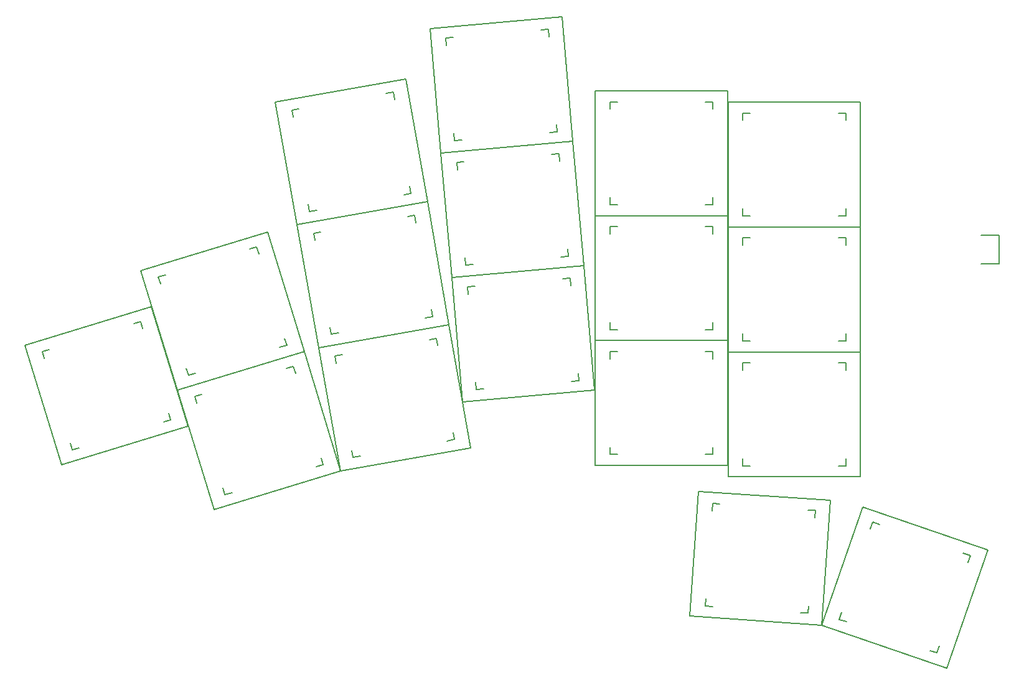
<source format=gbr>
%TF.GenerationSoftware,KiCad,Pcbnew,(6.0.4-0)*%
%TF.CreationDate,2022-06-10T10:13:31+02:00*%
%TF.ProjectId,basbousa,62617362-6f75-4736-912e-6b696361645f,v1.0.0*%
%TF.SameCoordinates,Original*%
%TF.FileFunction,OtherDrawing,Comment*%
%FSLAX46Y46*%
G04 Gerber Fmt 4.6, Leading zero omitted, Abs format (unit mm)*
G04 Created by KiCad (PCBNEW (6.0.4-0)) date 2022-06-10 10:13:31*
%MOMM*%
%LPD*%
G01*
G04 APERTURE LIST*
%ADD10C,0.150000*%
G04 APERTURE END LIST*
D10*
%TO.C,T1*%
X161119000Y89708000D02*
X158619000Y89708000D01*
X158619000Y93608000D02*
X161119000Y93608000D01*
X161119000Y93608000D02*
X161119000Y89708000D01*
%TO.C,S11*%
X67329402Y96843638D02*
X67155754Y97828446D01*
X65620259Y95019131D02*
X62668240Y111760862D01*
X80943062Y100259521D02*
X81116711Y99274713D01*
X78685636Y113062022D02*
X78859284Y112077214D01*
X65883135Y110804595D02*
X64898327Y110630947D01*
X78685636Y113062022D02*
X77700828Y112888373D01*
X62668240Y111760861D02*
X80394778Y114886529D01*
X67329403Y96843638D02*
X67155754Y97828446D01*
X65071976Y109646138D02*
X64898328Y110630946D01*
X80131903Y99101065D02*
X81116711Y99274713D01*
X78685635Y113062021D02*
X78859284Y112077213D01*
X67329403Y96843638D02*
X68314210Y97017286D01*
X83346798Y98144798D02*
X65620260Y95019130D01*
X80943063Y100259520D02*
X81116711Y99274713D01*
X65883136Y110804593D02*
X64898328Y110630946D01*
X78685635Y113062021D02*
X77700828Y112888372D01*
X80131903Y99101065D02*
X81116711Y99274713D01*
X62668240Y111760862D02*
X80394779Y114886529D01*
X80394779Y114886529D02*
X83346798Y98144798D01*
X65071976Y109646139D02*
X64898327Y110630947D01*
X67329402Y96843638D02*
X68314210Y97017287D01*
X80394778Y114886529D02*
X83346798Y98144798D01*
X65620260Y95019130D02*
X62668240Y111760861D01*
X83346798Y98144798D02*
X65620259Y95019131D01*
%TO.C,S15*%
X103130061Y106366224D02*
X104611709Y89430914D01*
X88541860Y89530714D02*
X89538055Y89617870D01*
X85198557Y104797420D02*
X103130061Y106366224D01*
X101268405Y104697620D02*
X100272211Y104610463D01*
X88541860Y89530714D02*
X88454705Y90526909D01*
X88541861Y89530713D02*
X88454705Y90526909D01*
X88317875Y103564593D02*
X87321680Y103477439D01*
X104611709Y89430914D02*
X86680205Y87862110D01*
X103130060Y106366224D02*
X104611709Y89430914D01*
X85198557Y104797419D02*
X103130060Y106366224D01*
X87408836Y102481244D02*
X87321680Y103477439D01*
X87408836Y102481245D02*
X87321680Y103477440D01*
X88541861Y89530713D02*
X89538055Y89617869D01*
X101268406Y104697620D02*
X101355561Y103701425D01*
X86680206Y87862109D02*
X85198557Y104797419D01*
X101492391Y90663739D02*
X102488586Y90750894D01*
X86680205Y87862110D02*
X85198557Y104797420D01*
X102401430Y91747088D02*
X102488586Y90750894D01*
X101492391Y90663739D02*
X102488586Y90750894D01*
X101268406Y104697620D02*
X100272211Y104610464D01*
X101268405Y104697620D02*
X101355562Y103701424D01*
X88317875Y103564595D02*
X87321680Y103477440D01*
X104611709Y89430914D02*
X86680206Y87862109D01*
X102401430Y91747089D02*
X102488586Y90750894D01*
%TO.C,S21*%
X108177088Y80761016D02*
X108177087Y81761017D01*
X124177087Y79261017D02*
X106177088Y79261016D01*
X122177087Y94761017D02*
X121177087Y94761017D01*
X109177087Y94761017D02*
X108177087Y94761017D01*
X122177087Y81761016D02*
X122177087Y80761017D01*
X124177087Y96261017D02*
X124177087Y79261017D01*
X106177088Y79261016D02*
X106177087Y96261016D01*
X106177087Y96261016D02*
X124177086Y96261017D01*
X122177087Y94761017D02*
X122177087Y93761017D01*
X108177087Y80761017D02*
X108177087Y81761017D01*
X122177086Y94761017D02*
X121177087Y94761016D01*
X124177087Y79261017D02*
X106177087Y79261017D01*
X108177088Y80761016D02*
X109177087Y80761016D01*
X108177087Y80761017D02*
X109177087Y80761017D01*
X124177086Y96261017D02*
X124177087Y79261017D01*
X121177087Y80761017D02*
X122177087Y80761017D01*
X109177087Y94761015D02*
X108177087Y94761016D01*
X108177087Y93761016D02*
X108177087Y94761016D01*
X106177087Y96261017D02*
X124177087Y96261017D01*
X122177086Y94761017D02*
X122177087Y93761016D01*
X121177087Y80761017D02*
X122177087Y80761017D01*
X108177087Y93761017D02*
X108177087Y94761017D01*
X122177087Y81761017D02*
X122177087Y80761017D01*
X106177087Y79261017D02*
X106177087Y96261017D01*
%TO.C,S29*%
X126242547Y96223000D02*
X127242547Y96223000D01*
X124242547Y111722999D02*
X142242546Y111723000D01*
X140242547Y97223000D02*
X140242547Y96223000D01*
X140242547Y110223000D02*
X139242547Y110223000D01*
X142242546Y111723000D02*
X142242547Y94723000D01*
X142242547Y94723000D02*
X124242547Y94723000D01*
X140242546Y110223000D02*
X140242547Y109222999D01*
X142242547Y94723000D02*
X124242548Y94722999D01*
X126242548Y96222999D02*
X126242547Y97223000D01*
X124242547Y111723000D02*
X142242547Y111723000D01*
X124242547Y94723000D02*
X124242547Y111723000D01*
X126242548Y96222999D02*
X127242547Y96222999D01*
X139242547Y96223000D02*
X140242547Y96223000D01*
X140242546Y110223000D02*
X139242547Y110222999D01*
X142242547Y111723000D02*
X142242547Y94723000D01*
X126242547Y109223000D02*
X126242547Y110223000D01*
X124242548Y94722999D02*
X124242547Y111722999D01*
X140242547Y110223000D02*
X140242547Y109223000D01*
X126242547Y96223000D02*
X126242547Y97223000D01*
X127242547Y110223000D02*
X126242547Y110223000D01*
X127242547Y110222998D02*
X126242547Y110222999D01*
X140242547Y97222999D02*
X140242547Y96223000D01*
X139242547Y96223000D02*
X140242547Y96223000D01*
X126242547Y109222999D02*
X126242547Y110222999D01*
%TO.C,S33*%
X152948454Y37696053D02*
X152622886Y36750535D01*
X137006237Y40541346D02*
X142540895Y56615162D01*
X144889099Y54220181D02*
X143943580Y54545749D01*
X139385627Y41308488D02*
X139711194Y42254008D01*
X157180840Y49987795D02*
X156235322Y50313363D01*
X157180839Y49987795D02*
X156235321Y50313362D01*
X154025571Y34681121D02*
X137006237Y40541346D01*
X142540895Y56615162D02*
X159560229Y50754937D01*
X139385626Y41308489D02*
X140331144Y40982921D01*
X151677367Y37076103D02*
X152622886Y36750535D01*
X157180840Y49987795D02*
X156855272Y49042276D01*
X152948454Y37696053D02*
X152622886Y36750535D01*
X143618012Y53600231D02*
X143943580Y54545749D01*
X144889098Y54220179D02*
X143943580Y54545748D01*
X157180839Y49987795D02*
X156855272Y49042275D01*
X159560229Y50754937D02*
X154025571Y34681121D01*
X154025571Y34681121D02*
X137006237Y40541347D01*
X143618012Y53600230D02*
X143943580Y54545748D01*
X159560229Y50754937D02*
X154025571Y34681121D01*
X151677367Y37076103D02*
X152622886Y36750535D01*
X139385626Y41308489D02*
X139711194Y42254008D01*
X142540895Y56615163D02*
X159560229Y50754937D01*
X139385627Y41308488D02*
X140331144Y40982920D01*
X137006237Y40541347D02*
X142540895Y56615163D01*
%TO.C,S7*%
X86298816Y81403065D02*
X89250836Y64661334D01*
X73233440Y63360174D02*
X73059792Y64344982D01*
X68572278Y78277397D02*
X86298816Y81403065D01*
X71524298Y61535666D02*
X68572278Y78277397D01*
X86298817Y81403065D02*
X89250836Y64661334D01*
X84589674Y79578558D02*
X84763322Y78593750D01*
X70976014Y76162674D02*
X70802366Y77147482D01*
X68572278Y78277398D02*
X86298817Y81403065D01*
X84589674Y79578558D02*
X83604866Y79404909D01*
X86035941Y65617601D02*
X87020749Y65791249D01*
X73233441Y63360174D02*
X73059792Y64344982D01*
X70976014Y76162675D02*
X70802365Y77147483D01*
X86847101Y66776056D02*
X87020749Y65791249D01*
X86035941Y65617601D02*
X87020749Y65791249D01*
X71787173Y77321131D02*
X70802365Y77147483D01*
X71787174Y77321129D02*
X70802366Y77147482D01*
X84589673Y79578557D02*
X83604866Y79404908D01*
X86847100Y66776057D02*
X87020749Y65791249D01*
X71524297Y61535667D02*
X68572278Y78277398D01*
X89250836Y64661334D02*
X71524297Y61535667D01*
X89250836Y64661334D02*
X71524298Y61535666D01*
X84589673Y79578557D02*
X84763322Y78593749D01*
X73233440Y63360174D02*
X74218248Y63533823D01*
X73233441Y63360174D02*
X74218248Y63533822D01*
%TO.C,T2*%
X161119000Y89708000D02*
X158619000Y89708000D01*
X161119000Y93608000D02*
X161119000Y89708000D01*
X158619000Y93608000D02*
X161119000Y93608000D01*
%TO.C,S1*%
X35054112Y64365910D02*
X34761739Y65322216D01*
X35054112Y64365910D02*
X36010416Y64658282D01*
X50793544Y67609401D02*
X33580060Y62346710D01*
X35054111Y64365911D02*
X34761739Y65322216D01*
X31917212Y78046549D02*
X30960907Y77754177D01*
X45823224Y83866581D02*
X50793544Y67609401D01*
X47486072Y68166743D02*
X48442377Y68459115D01*
X33580059Y62346710D02*
X28609740Y78603891D01*
X44349173Y81847381D02*
X43392869Y81555010D01*
X48150006Y69415418D02*
X48442377Y68459115D01*
X31253278Y76797873D02*
X30960907Y77754177D01*
X28609740Y78603890D02*
X45823224Y83866581D01*
X33580060Y62346710D02*
X28609740Y78603890D01*
X48150006Y69415419D02*
X48442377Y68459115D01*
X47486072Y68166743D02*
X48442377Y68459115D01*
X28609740Y78603891D02*
X45823225Y83866582D01*
X31917212Y78046547D02*
X30960907Y77754176D01*
X31253279Y76797872D02*
X30960907Y77754176D01*
X44349173Y81847381D02*
X44641545Y80891076D01*
X45823225Y83866582D02*
X50793544Y67609401D01*
X44349172Y81847381D02*
X43392869Y81555009D01*
X50793544Y67609401D02*
X33580059Y62346710D01*
X35054111Y64365911D02*
X36010415Y64658282D01*
X44349172Y81847381D02*
X44641545Y80891076D01*
%TO.C,S5*%
X44394493Y88766896D02*
X61607977Y94029587D01*
X66578297Y77772407D02*
X49364812Y72509716D01*
X60133926Y92010387D02*
X59177622Y91718016D01*
X60133925Y92010387D02*
X59177622Y91718015D01*
X63270825Y78329749D02*
X64227130Y78622121D01*
X63934759Y79578425D02*
X64227130Y78622121D01*
X47038032Y86960878D02*
X46745660Y87917182D01*
X50838865Y74528916D02*
X50546492Y75485222D01*
X49364813Y72509716D02*
X44394493Y88766896D01*
X63270825Y78329749D02*
X64227130Y78622121D01*
X60133926Y92010387D02*
X60426298Y91054082D01*
X47701965Y88209553D02*
X46745660Y87917182D01*
X50838864Y74528917D02*
X50546492Y75485222D01*
X63934759Y79578424D02*
X64227130Y78622121D01*
X60133925Y92010387D02*
X60426298Y91054082D01*
X50838865Y74528916D02*
X51795169Y74821288D01*
X61607977Y94029587D02*
X66578297Y77772407D01*
X44394493Y88766897D02*
X61607978Y94029588D01*
X49364812Y72509716D02*
X44394493Y88766897D01*
X66578297Y77772407D02*
X49364813Y72509716D01*
X47701965Y88209555D02*
X46745660Y87917183D01*
X47038031Y86960879D02*
X46745660Y87917183D01*
X50838864Y74528917D02*
X51795168Y74821288D01*
X61607978Y94029588D02*
X66578297Y77772407D01*
%TO.C,S27*%
X126242548Y79222999D02*
X127242547Y79222999D01*
X140242547Y93223000D02*
X140242547Y92223000D01*
X124242547Y77723000D02*
X124242547Y94723000D01*
X126242547Y79223000D02*
X126242547Y80223000D01*
X142242547Y94723000D02*
X142242547Y77723000D01*
X126242548Y79222999D02*
X126242547Y80223000D01*
X124242548Y77722999D02*
X124242547Y94722999D01*
X140242546Y93223000D02*
X139242547Y93222999D01*
X127242547Y93223000D02*
X126242547Y93223000D01*
X124242547Y94723000D02*
X142242547Y94723000D01*
X139242547Y79223000D02*
X140242547Y79223000D01*
X126242547Y79223000D02*
X127242547Y79223000D01*
X142242546Y94723000D02*
X142242547Y77723000D01*
X140242547Y80223000D02*
X140242547Y79223000D01*
X140242546Y93223000D02*
X140242547Y92222999D01*
X126242547Y92223000D02*
X126242547Y93223000D01*
X140242547Y93223000D02*
X139242547Y93223000D01*
X127242547Y93222998D02*
X126242547Y93222999D01*
X140242547Y80222999D02*
X140242547Y79223000D01*
X126242547Y92222999D02*
X126242547Y93222999D01*
X142242547Y77723000D02*
X124242548Y77722999D01*
X139242547Y79223000D02*
X140242547Y79223000D01*
X142242547Y77723000D02*
X124242547Y77723000D01*
X124242547Y94722999D02*
X142242546Y94723000D01*
%TO.C,S9*%
X83895082Y83517788D02*
X84068730Y82532981D01*
X68572278Y78277399D02*
X65620259Y95019130D01*
X86298817Y81403066D02*
X68572279Y78277398D01*
X68835155Y94062861D02*
X67850347Y93889214D01*
X86298817Y81403066D02*
X68572278Y78277399D01*
X68572279Y78277398D02*
X65620259Y95019129D01*
X70281422Y80101906D02*
X71266229Y80275554D01*
X83895081Y83517789D02*
X84068730Y82532981D01*
X83083922Y82359333D02*
X84068730Y82532981D01*
X70281422Y80101906D02*
X70107773Y81086714D01*
X81637655Y96320290D02*
X81811303Y95335482D01*
X68023995Y92904407D02*
X67850346Y93889215D01*
X70281421Y80101906D02*
X71266229Y80275555D01*
X70281421Y80101906D02*
X70107773Y81086714D01*
X81637654Y96320289D02*
X80652847Y96146640D01*
X81637654Y96320289D02*
X81811303Y95335481D01*
X83346797Y98144797D02*
X86298817Y81403066D01*
X68023995Y92904406D02*
X67850347Y93889214D01*
X65620259Y95019130D02*
X83346798Y98144797D01*
X83346798Y98144797D02*
X86298817Y81403066D01*
X83083922Y82359333D02*
X84068730Y82532981D01*
X68835154Y94062863D02*
X67850346Y93889215D01*
X65620259Y95019129D02*
X83346797Y98144797D01*
X81637655Y96320290D02*
X80652847Y96146641D01*
%TO.C,S13*%
X90023508Y72595404D02*
X89936353Y73591599D01*
X104611709Y89430914D02*
X106093357Y72495604D01*
X102974039Y73728429D02*
X103970234Y73815584D01*
X88161853Y70926800D02*
X86680205Y87862110D01*
X90023508Y72595404D02*
X91019703Y72682560D01*
X88890484Y85545934D02*
X88803328Y86542129D01*
X88890484Y85545935D02*
X88803328Y86542130D01*
X89799523Y86629283D02*
X88803328Y86542129D01*
X102750053Y87762310D02*
X102837210Y86766114D01*
X103883078Y74811779D02*
X103970234Y73815584D01*
X88161854Y70926799D02*
X86680205Y87862109D01*
X86680205Y87862109D02*
X104611708Y89430914D01*
X89799523Y86629285D02*
X88803328Y86542130D01*
X106093357Y72495604D02*
X88161853Y70926800D01*
X102750053Y87762310D02*
X101753859Y87675153D01*
X102750054Y87762310D02*
X101753859Y87675154D01*
X103883078Y74811778D02*
X103970234Y73815584D01*
X86680205Y87862110D02*
X104611709Y89430914D01*
X102750054Y87762310D02*
X102837209Y86766115D01*
X104611708Y89430914D02*
X106093357Y72495604D01*
X106093357Y72495604D02*
X88161854Y70926799D01*
X90023509Y72595403D02*
X89936353Y73591599D01*
X90023509Y72595403D02*
X91019703Y72682559D01*
X102974039Y73728429D02*
X103970234Y73815584D01*
%TO.C,S17*%
X103130062Y106366224D02*
X85198558Y104797420D01*
X101648413Y123301534D02*
X103130062Y106366224D01*
X87060213Y106466024D02*
X86973058Y107462219D01*
X83716910Y121732730D02*
X101648414Y123301534D01*
X100919783Y108682399D02*
X101006939Y107686204D01*
X85927189Y119416554D02*
X85840033Y120412749D01*
X100010744Y107599049D02*
X101006939Y107686204D01*
X86836228Y120499903D02*
X85840033Y120412749D01*
X99786759Y121632930D02*
X99873914Y120636735D01*
X85198558Y104797420D02*
X83716910Y121732730D01*
X100919783Y108682398D02*
X101006939Y107686204D01*
X99786758Y121632930D02*
X98790564Y121545773D01*
X87060214Y106466023D02*
X86973058Y107462219D01*
X99786758Y121632930D02*
X99873915Y120636734D01*
X86836228Y120499905D02*
X85840033Y120412750D01*
X100010744Y107599049D02*
X101006939Y107686204D01*
X101648414Y123301534D02*
X103130062Y106366224D01*
X99786759Y121632930D02*
X98790564Y121545774D01*
X87060213Y106466024D02*
X88056408Y106553180D01*
X85927189Y119416555D02*
X85840033Y120412750D01*
X87060214Y106466023D02*
X88056408Y106553179D01*
X83716910Y121732729D02*
X101648413Y123301534D01*
X103130062Y106366224D02*
X85198559Y104797419D01*
X85198559Y104797419D02*
X83716910Y121732729D01*
%TO.C,S31*%
X138192095Y57499937D02*
X137006236Y40541348D01*
X122056680Y56122130D02*
X122126437Y57119694D01*
X136092334Y56143104D02*
X135094770Y56212861D01*
X120235944Y58755554D02*
X138192096Y57499937D01*
X135185500Y43174771D02*
X135115743Y42177207D01*
X120235944Y58755553D02*
X138192095Y57499937D01*
X136092333Y56143104D02*
X136022577Y55145539D01*
X137006236Y40541348D02*
X119050084Y41796964D01*
X121149846Y43153798D02*
X122147410Y43084041D01*
X123124001Y57049938D02*
X122126437Y57119695D01*
X134118179Y42246964D02*
X135115743Y42177207D01*
X123124001Y57049936D02*
X122126437Y57119694D01*
X119050084Y41796964D02*
X120235944Y58755553D01*
X138192096Y57499937D02*
X137006236Y40541348D01*
X121149846Y43153798D02*
X121219603Y44151362D01*
X136092334Y56143104D02*
X136022577Y55145540D01*
X134118179Y42246964D02*
X135115743Y42177207D01*
X135185499Y43174770D02*
X135115743Y42177207D01*
X121149847Y43153797D02*
X121219603Y44151362D01*
X136092333Y56143104D02*
X135094770Y56212860D01*
X119050084Y41796965D02*
X120235944Y58755554D01*
X137006236Y40541348D02*
X119050084Y41796965D01*
X122056680Y56122131D02*
X122126437Y57119695D01*
X121149847Y43153797D02*
X122147410Y43084040D01*
%TO.C,S3*%
X68241144Y62072568D02*
X69197449Y62364940D01*
X52008351Y70703697D02*
X51715979Y71660001D01*
X66578296Y77772406D02*
X71548616Y61515226D01*
X55809184Y58271735D02*
X55516811Y59228041D01*
X65104245Y75753206D02*
X64147941Y75460835D01*
X54335132Y56252535D02*
X49364812Y72509715D01*
X54335131Y56252535D02*
X49364812Y72509716D01*
X49364812Y72509715D02*
X66578296Y77772406D01*
X49364812Y72509716D02*
X66578297Y77772407D01*
X66578297Y77772407D02*
X71548616Y61515226D01*
X52672284Y71952372D02*
X51715979Y71660001D01*
X65104244Y75753206D02*
X64147941Y75460834D01*
X65104245Y75753206D02*
X65396617Y74796901D01*
X55809183Y58271736D02*
X56765487Y58564107D01*
X68905078Y63321244D02*
X69197449Y62364940D01*
X52008350Y70703698D02*
X51715979Y71660002D01*
X65104244Y75753206D02*
X65396617Y74796901D01*
X68241144Y62072568D02*
X69197449Y62364940D01*
X68905078Y63321243D02*
X69197449Y62364940D01*
X55809183Y58271736D02*
X55516811Y59228041D01*
X52672284Y71952374D02*
X51715979Y71660002D01*
X71548616Y61515226D02*
X54335131Y56252535D01*
X55809184Y58271735D02*
X56765488Y58564107D01*
X71548616Y61515226D02*
X54335132Y56252535D01*
%TO.C,S23*%
X108177087Y110761017D02*
X108177087Y111761017D01*
X106177087Y96261017D02*
X106177087Y113261017D01*
X124177087Y96261017D02*
X106177087Y96261017D01*
X124177086Y113261017D02*
X124177087Y96261017D01*
X122177087Y98761017D02*
X122177087Y97761017D01*
X122177087Y111761017D02*
X122177087Y110761017D01*
X124177087Y113261017D02*
X124177087Y96261017D01*
X108177088Y97761016D02*
X108177087Y98761017D01*
X108177087Y97761017D02*
X109177087Y97761017D01*
X121177087Y97761017D02*
X122177087Y97761017D01*
X122177087Y98761016D02*
X122177087Y97761017D01*
X108177088Y97761016D02*
X109177087Y97761016D01*
X109177087Y111761017D02*
X108177087Y111761017D01*
X124177087Y96261017D02*
X106177088Y96261016D01*
X108177087Y110761016D02*
X108177087Y111761016D01*
X122177087Y111761017D02*
X121177087Y111761017D01*
X106177088Y96261016D02*
X106177087Y113261016D01*
X106177087Y113261016D02*
X124177086Y113261017D01*
X121177087Y97761017D02*
X122177087Y97761017D01*
X106177087Y113261017D02*
X124177087Y113261017D01*
X122177086Y111761017D02*
X121177087Y111761016D01*
X109177087Y111761015D02*
X108177087Y111761016D01*
X122177086Y111761017D02*
X122177087Y110761016D01*
X108177087Y97761017D02*
X108177087Y98761017D01*
%TO.C,S25*%
X126242548Y62222999D02*
X126242547Y63223000D01*
X126242548Y62222999D02*
X127242547Y62222999D01*
X124242547Y60723000D02*
X124242547Y77723000D01*
X124242547Y77723000D02*
X142242547Y77723000D01*
X142242547Y60723000D02*
X124242547Y60723000D01*
X126242547Y62223000D02*
X126242547Y63223000D01*
X140242547Y63223000D02*
X140242547Y62223000D01*
X127242547Y76222998D02*
X126242547Y76222999D01*
X140242547Y76223000D02*
X140242547Y75223000D01*
X139242547Y62223000D02*
X140242547Y62223000D01*
X124242548Y60722999D02*
X124242547Y77722999D01*
X126242547Y62223000D02*
X127242547Y62223000D01*
X142242546Y77723000D02*
X142242547Y60723000D01*
X140242547Y63222999D02*
X140242547Y62223000D01*
X126242547Y75223000D02*
X126242547Y76223000D01*
X139242547Y62223000D02*
X140242547Y62223000D01*
X140242547Y76223000D02*
X139242547Y76223000D01*
X140242546Y76223000D02*
X140242547Y75222999D01*
X126242547Y75222999D02*
X126242547Y76222999D01*
X142242547Y60723000D02*
X124242548Y60722999D01*
X142242547Y77723000D02*
X142242547Y60723000D01*
X140242546Y76223000D02*
X139242547Y76222999D01*
X127242547Y76223000D02*
X126242547Y76223000D01*
X124242547Y77722999D02*
X142242546Y77723000D01*
%TO.C,S19*%
X108177087Y76761016D02*
X108177087Y77761016D01*
X124177087Y62261017D02*
X106177088Y62261016D01*
X122177087Y64761017D02*
X122177087Y63761017D01*
X122177087Y77761017D02*
X121177087Y77761017D01*
X106177087Y79261017D02*
X124177087Y79261017D01*
X108177088Y63761016D02*
X108177087Y64761017D01*
X124177087Y79261017D02*
X124177087Y62261017D01*
X106177087Y62261017D02*
X106177087Y79261017D01*
X106177088Y62261016D02*
X106177087Y79261016D01*
X108177087Y63761017D02*
X108177087Y64761017D01*
X124177086Y79261017D02*
X124177087Y62261017D01*
X108177087Y76761017D02*
X108177087Y77761017D01*
X122177086Y77761017D02*
X121177087Y77761016D01*
X109177087Y77761015D02*
X108177087Y77761016D01*
X108177087Y63761017D02*
X109177087Y63761017D01*
X124177087Y62261017D02*
X106177087Y62261017D01*
X108177088Y63761016D02*
X109177087Y63761016D01*
X122177086Y77761017D02*
X122177087Y76761016D01*
X122177087Y64761016D02*
X122177087Y63761017D01*
X106177087Y79261016D02*
X124177086Y79261017D01*
X121177087Y63761017D02*
X122177087Y63761017D01*
X109177087Y77761017D02*
X108177087Y77761017D01*
X121177087Y63761017D02*
X122177087Y63761017D01*
X122177087Y77761017D02*
X122177087Y76761017D01*
%TD*%
M02*

</source>
